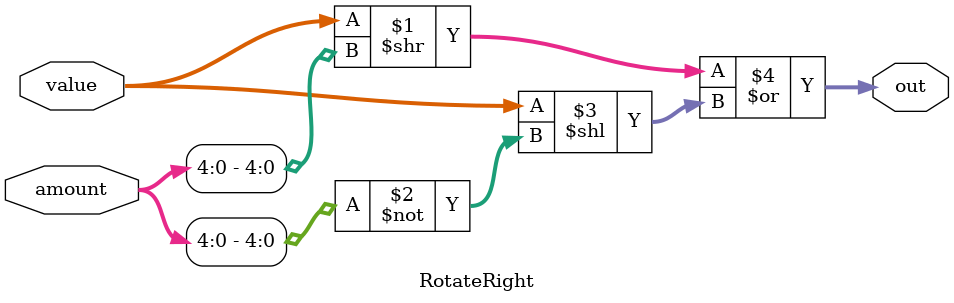
<source format=v>
`timescale 1ns / 1ps
module RotateRight( value, amount, 
                                    out);
    (*keep = "true"*)
    
    input[31:0] value, amount;
    
    output[31:0] out;
    
    assign out = (value >> amount[4:0] | value << ~amount[4:0]);
     
endmodule

</source>
